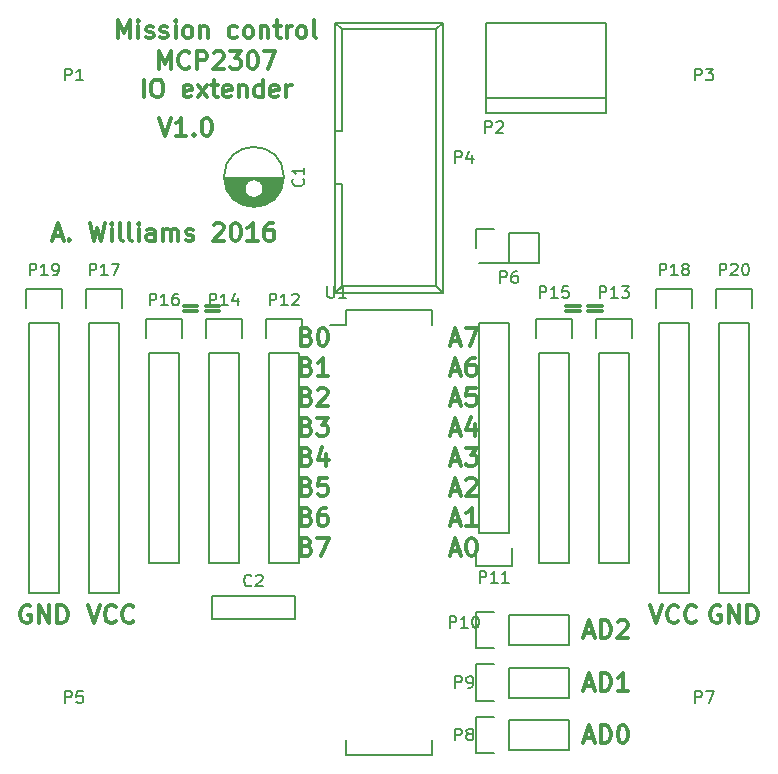
<source format=gbr>
G04 #@! TF.FileFunction,Legend,Top*
%FSLAX46Y46*%
G04 Gerber Fmt 4.6, Leading zero omitted, Abs format (unit mm)*
G04 Created by KiCad (PCBNEW 4.0.2-stable) date 14/03/2016 9:10:47 PM*
%MOMM*%
G01*
G04 APERTURE LIST*
%ADD10C,0.100000*%
%ADD11C,0.300000*%
%ADD12C,0.150000*%
G04 APERTURE END LIST*
D10*
D11*
X141859286Y-95698571D02*
X142359286Y-97198571D01*
X142859286Y-95698571D01*
X144145000Y-97198571D02*
X143287857Y-97198571D01*
X143716429Y-97198571D02*
X143716429Y-95698571D01*
X143573572Y-95912857D01*
X143430714Y-96055714D01*
X143287857Y-96127143D01*
X144787857Y-97055714D02*
X144859285Y-97127143D01*
X144787857Y-97198571D01*
X144716428Y-97127143D01*
X144787857Y-97055714D01*
X144787857Y-97198571D01*
X145787857Y-95698571D02*
X145930714Y-95698571D01*
X146073571Y-95770000D01*
X146145000Y-95841429D01*
X146216429Y-95984286D01*
X146287857Y-96270000D01*
X146287857Y-96627143D01*
X146216429Y-96912857D01*
X146145000Y-97055714D01*
X146073571Y-97127143D01*
X145930714Y-97198571D01*
X145787857Y-97198571D01*
X145645000Y-97127143D01*
X145573571Y-97055714D01*
X145502143Y-96912857D01*
X145430714Y-96627143D01*
X145430714Y-96270000D01*
X145502143Y-95984286D01*
X145573571Y-95841429D01*
X145645000Y-95770000D01*
X145787857Y-95698571D01*
X132882858Y-105660000D02*
X133597144Y-105660000D01*
X132740001Y-106088571D02*
X133240001Y-104588571D01*
X133740001Y-106088571D01*
X134240001Y-105945714D02*
X134311429Y-106017143D01*
X134240001Y-106088571D01*
X134168572Y-106017143D01*
X134240001Y-105945714D01*
X134240001Y-106088571D01*
X135954287Y-104588571D02*
X136311430Y-106088571D01*
X136597144Y-105017143D01*
X136882858Y-106088571D01*
X137240001Y-104588571D01*
X137811430Y-106088571D02*
X137811430Y-105088571D01*
X137811430Y-104588571D02*
X137740001Y-104660000D01*
X137811430Y-104731429D01*
X137882858Y-104660000D01*
X137811430Y-104588571D01*
X137811430Y-104731429D01*
X138740002Y-106088571D02*
X138597144Y-106017143D01*
X138525716Y-105874286D01*
X138525716Y-104588571D01*
X139525716Y-106088571D02*
X139382858Y-106017143D01*
X139311430Y-105874286D01*
X139311430Y-104588571D01*
X140097144Y-106088571D02*
X140097144Y-105088571D01*
X140097144Y-104588571D02*
X140025715Y-104660000D01*
X140097144Y-104731429D01*
X140168572Y-104660000D01*
X140097144Y-104588571D01*
X140097144Y-104731429D01*
X141454287Y-106088571D02*
X141454287Y-105302857D01*
X141382858Y-105160000D01*
X141240001Y-105088571D01*
X140954287Y-105088571D01*
X140811430Y-105160000D01*
X141454287Y-106017143D02*
X141311430Y-106088571D01*
X140954287Y-106088571D01*
X140811430Y-106017143D01*
X140740001Y-105874286D01*
X140740001Y-105731429D01*
X140811430Y-105588571D01*
X140954287Y-105517143D01*
X141311430Y-105517143D01*
X141454287Y-105445714D01*
X142168573Y-106088571D02*
X142168573Y-105088571D01*
X142168573Y-105231429D02*
X142240001Y-105160000D01*
X142382859Y-105088571D01*
X142597144Y-105088571D01*
X142740001Y-105160000D01*
X142811430Y-105302857D01*
X142811430Y-106088571D01*
X142811430Y-105302857D02*
X142882859Y-105160000D01*
X143025716Y-105088571D01*
X143240001Y-105088571D01*
X143382859Y-105160000D01*
X143454287Y-105302857D01*
X143454287Y-106088571D01*
X144097144Y-106017143D02*
X144240001Y-106088571D01*
X144525716Y-106088571D01*
X144668573Y-106017143D01*
X144740001Y-105874286D01*
X144740001Y-105802857D01*
X144668573Y-105660000D01*
X144525716Y-105588571D01*
X144311430Y-105588571D01*
X144168573Y-105517143D01*
X144097144Y-105374286D01*
X144097144Y-105302857D01*
X144168573Y-105160000D01*
X144311430Y-105088571D01*
X144525716Y-105088571D01*
X144668573Y-105160000D01*
X146454287Y-104731429D02*
X146525716Y-104660000D01*
X146668573Y-104588571D01*
X147025716Y-104588571D01*
X147168573Y-104660000D01*
X147240002Y-104731429D01*
X147311430Y-104874286D01*
X147311430Y-105017143D01*
X147240002Y-105231429D01*
X146382859Y-106088571D01*
X147311430Y-106088571D01*
X148240001Y-104588571D02*
X148382858Y-104588571D01*
X148525715Y-104660000D01*
X148597144Y-104731429D01*
X148668573Y-104874286D01*
X148740001Y-105160000D01*
X148740001Y-105517143D01*
X148668573Y-105802857D01*
X148597144Y-105945714D01*
X148525715Y-106017143D01*
X148382858Y-106088571D01*
X148240001Y-106088571D01*
X148097144Y-106017143D01*
X148025715Y-105945714D01*
X147954287Y-105802857D01*
X147882858Y-105517143D01*
X147882858Y-105160000D01*
X147954287Y-104874286D01*
X148025715Y-104731429D01*
X148097144Y-104660000D01*
X148240001Y-104588571D01*
X150168572Y-106088571D02*
X149311429Y-106088571D01*
X149740001Y-106088571D02*
X149740001Y-104588571D01*
X149597144Y-104802857D01*
X149454286Y-104945714D01*
X149311429Y-105017143D01*
X151454286Y-104588571D02*
X151168572Y-104588571D01*
X151025715Y-104660000D01*
X150954286Y-104731429D01*
X150811429Y-104945714D01*
X150740000Y-105231429D01*
X150740000Y-105802857D01*
X150811429Y-105945714D01*
X150882857Y-106017143D01*
X151025715Y-106088571D01*
X151311429Y-106088571D01*
X151454286Y-106017143D01*
X151525715Y-105945714D01*
X151597143Y-105802857D01*
X151597143Y-105445714D01*
X151525715Y-105302857D01*
X151454286Y-105231429D01*
X151311429Y-105160000D01*
X151025715Y-105160000D01*
X150882857Y-105231429D01*
X150811429Y-105302857D01*
X150740000Y-105445714D01*
X141827858Y-91553571D02*
X141827858Y-90053571D01*
X142327858Y-91125000D01*
X142827858Y-90053571D01*
X142827858Y-91553571D01*
X144399287Y-91410714D02*
X144327858Y-91482143D01*
X144113572Y-91553571D01*
X143970715Y-91553571D01*
X143756430Y-91482143D01*
X143613572Y-91339286D01*
X143542144Y-91196429D01*
X143470715Y-90910714D01*
X143470715Y-90696429D01*
X143542144Y-90410714D01*
X143613572Y-90267857D01*
X143756430Y-90125000D01*
X143970715Y-90053571D01*
X144113572Y-90053571D01*
X144327858Y-90125000D01*
X144399287Y-90196429D01*
X145042144Y-91553571D02*
X145042144Y-90053571D01*
X145613572Y-90053571D01*
X145756430Y-90125000D01*
X145827858Y-90196429D01*
X145899287Y-90339286D01*
X145899287Y-90553571D01*
X145827858Y-90696429D01*
X145756430Y-90767857D01*
X145613572Y-90839286D01*
X145042144Y-90839286D01*
X146470715Y-90196429D02*
X146542144Y-90125000D01*
X146685001Y-90053571D01*
X147042144Y-90053571D01*
X147185001Y-90125000D01*
X147256430Y-90196429D01*
X147327858Y-90339286D01*
X147327858Y-90482143D01*
X147256430Y-90696429D01*
X146399287Y-91553571D01*
X147327858Y-91553571D01*
X147827858Y-90053571D02*
X148756429Y-90053571D01*
X148256429Y-90625000D01*
X148470715Y-90625000D01*
X148613572Y-90696429D01*
X148685001Y-90767857D01*
X148756429Y-90910714D01*
X148756429Y-91267857D01*
X148685001Y-91410714D01*
X148613572Y-91482143D01*
X148470715Y-91553571D01*
X148042143Y-91553571D01*
X147899286Y-91482143D01*
X147827858Y-91410714D01*
X149685000Y-90053571D02*
X149827857Y-90053571D01*
X149970714Y-90125000D01*
X150042143Y-90196429D01*
X150113572Y-90339286D01*
X150185000Y-90625000D01*
X150185000Y-90982143D01*
X150113572Y-91267857D01*
X150042143Y-91410714D01*
X149970714Y-91482143D01*
X149827857Y-91553571D01*
X149685000Y-91553571D01*
X149542143Y-91482143D01*
X149470714Y-91410714D01*
X149399286Y-91267857D01*
X149327857Y-90982143D01*
X149327857Y-90625000D01*
X149399286Y-90339286D01*
X149470714Y-90196429D01*
X149542143Y-90125000D01*
X149685000Y-90053571D01*
X150685000Y-90053571D02*
X151685000Y-90053571D01*
X151042143Y-91553571D01*
X140542143Y-93953571D02*
X140542143Y-92453571D01*
X141542143Y-92453571D02*
X141827857Y-92453571D01*
X141970715Y-92525000D01*
X142113572Y-92667857D01*
X142185000Y-92953571D01*
X142185000Y-93453571D01*
X142113572Y-93739286D01*
X141970715Y-93882143D01*
X141827857Y-93953571D01*
X141542143Y-93953571D01*
X141399286Y-93882143D01*
X141256429Y-93739286D01*
X141185000Y-93453571D01*
X141185000Y-92953571D01*
X141256429Y-92667857D01*
X141399286Y-92525000D01*
X141542143Y-92453571D01*
X144542143Y-93882143D02*
X144399286Y-93953571D01*
X144113572Y-93953571D01*
X143970715Y-93882143D01*
X143899286Y-93739286D01*
X143899286Y-93167857D01*
X143970715Y-93025000D01*
X144113572Y-92953571D01*
X144399286Y-92953571D01*
X144542143Y-93025000D01*
X144613572Y-93167857D01*
X144613572Y-93310714D01*
X143899286Y-93453571D01*
X145113572Y-93953571D02*
X145899286Y-92953571D01*
X145113572Y-92953571D02*
X145899286Y-93953571D01*
X146256429Y-92953571D02*
X146827858Y-92953571D01*
X146470715Y-92453571D02*
X146470715Y-93739286D01*
X146542143Y-93882143D01*
X146685001Y-93953571D01*
X146827858Y-93953571D01*
X147899286Y-93882143D02*
X147756429Y-93953571D01*
X147470715Y-93953571D01*
X147327858Y-93882143D01*
X147256429Y-93739286D01*
X147256429Y-93167857D01*
X147327858Y-93025000D01*
X147470715Y-92953571D01*
X147756429Y-92953571D01*
X147899286Y-93025000D01*
X147970715Y-93167857D01*
X147970715Y-93310714D01*
X147256429Y-93453571D01*
X148613572Y-92953571D02*
X148613572Y-93953571D01*
X148613572Y-93096429D02*
X148685000Y-93025000D01*
X148827858Y-92953571D01*
X149042143Y-92953571D01*
X149185000Y-93025000D01*
X149256429Y-93167857D01*
X149256429Y-93953571D01*
X150613572Y-93953571D02*
X150613572Y-92453571D01*
X150613572Y-93882143D02*
X150470715Y-93953571D01*
X150185001Y-93953571D01*
X150042143Y-93882143D01*
X149970715Y-93810714D01*
X149899286Y-93667857D01*
X149899286Y-93239286D01*
X149970715Y-93096429D01*
X150042143Y-93025000D01*
X150185001Y-92953571D01*
X150470715Y-92953571D01*
X150613572Y-93025000D01*
X151899286Y-93882143D02*
X151756429Y-93953571D01*
X151470715Y-93953571D01*
X151327858Y-93882143D01*
X151256429Y-93739286D01*
X151256429Y-93167857D01*
X151327858Y-93025000D01*
X151470715Y-92953571D01*
X151756429Y-92953571D01*
X151899286Y-93025000D01*
X151970715Y-93167857D01*
X151970715Y-93310714D01*
X151256429Y-93453571D01*
X152613572Y-93953571D02*
X152613572Y-92953571D01*
X152613572Y-93239286D02*
X152685000Y-93096429D01*
X152756429Y-93025000D01*
X152899286Y-92953571D01*
X153042143Y-92953571D01*
X138363571Y-88943571D02*
X138363571Y-87443571D01*
X138863571Y-88515000D01*
X139363571Y-87443571D01*
X139363571Y-88943571D01*
X140077857Y-88943571D02*
X140077857Y-87943571D01*
X140077857Y-87443571D02*
X140006428Y-87515000D01*
X140077857Y-87586429D01*
X140149285Y-87515000D01*
X140077857Y-87443571D01*
X140077857Y-87586429D01*
X140720714Y-88872143D02*
X140863571Y-88943571D01*
X141149286Y-88943571D01*
X141292143Y-88872143D01*
X141363571Y-88729286D01*
X141363571Y-88657857D01*
X141292143Y-88515000D01*
X141149286Y-88443571D01*
X140935000Y-88443571D01*
X140792143Y-88372143D01*
X140720714Y-88229286D01*
X140720714Y-88157857D01*
X140792143Y-88015000D01*
X140935000Y-87943571D01*
X141149286Y-87943571D01*
X141292143Y-88015000D01*
X141935000Y-88872143D02*
X142077857Y-88943571D01*
X142363572Y-88943571D01*
X142506429Y-88872143D01*
X142577857Y-88729286D01*
X142577857Y-88657857D01*
X142506429Y-88515000D01*
X142363572Y-88443571D01*
X142149286Y-88443571D01*
X142006429Y-88372143D01*
X141935000Y-88229286D01*
X141935000Y-88157857D01*
X142006429Y-88015000D01*
X142149286Y-87943571D01*
X142363572Y-87943571D01*
X142506429Y-88015000D01*
X143220715Y-88943571D02*
X143220715Y-87943571D01*
X143220715Y-87443571D02*
X143149286Y-87515000D01*
X143220715Y-87586429D01*
X143292143Y-87515000D01*
X143220715Y-87443571D01*
X143220715Y-87586429D01*
X144149287Y-88943571D02*
X144006429Y-88872143D01*
X143935001Y-88800714D01*
X143863572Y-88657857D01*
X143863572Y-88229286D01*
X143935001Y-88086429D01*
X144006429Y-88015000D01*
X144149287Y-87943571D01*
X144363572Y-87943571D01*
X144506429Y-88015000D01*
X144577858Y-88086429D01*
X144649287Y-88229286D01*
X144649287Y-88657857D01*
X144577858Y-88800714D01*
X144506429Y-88872143D01*
X144363572Y-88943571D01*
X144149287Y-88943571D01*
X145292144Y-87943571D02*
X145292144Y-88943571D01*
X145292144Y-88086429D02*
X145363572Y-88015000D01*
X145506430Y-87943571D01*
X145720715Y-87943571D01*
X145863572Y-88015000D01*
X145935001Y-88157857D01*
X145935001Y-88943571D01*
X148435001Y-88872143D02*
X148292144Y-88943571D01*
X148006430Y-88943571D01*
X147863572Y-88872143D01*
X147792144Y-88800714D01*
X147720715Y-88657857D01*
X147720715Y-88229286D01*
X147792144Y-88086429D01*
X147863572Y-88015000D01*
X148006430Y-87943571D01*
X148292144Y-87943571D01*
X148435001Y-88015000D01*
X149292144Y-88943571D02*
X149149286Y-88872143D01*
X149077858Y-88800714D01*
X149006429Y-88657857D01*
X149006429Y-88229286D01*
X149077858Y-88086429D01*
X149149286Y-88015000D01*
X149292144Y-87943571D01*
X149506429Y-87943571D01*
X149649286Y-88015000D01*
X149720715Y-88086429D01*
X149792144Y-88229286D01*
X149792144Y-88657857D01*
X149720715Y-88800714D01*
X149649286Y-88872143D01*
X149506429Y-88943571D01*
X149292144Y-88943571D01*
X150435001Y-87943571D02*
X150435001Y-88943571D01*
X150435001Y-88086429D02*
X150506429Y-88015000D01*
X150649287Y-87943571D01*
X150863572Y-87943571D01*
X151006429Y-88015000D01*
X151077858Y-88157857D01*
X151077858Y-88943571D01*
X151577858Y-87943571D02*
X152149287Y-87943571D01*
X151792144Y-87443571D02*
X151792144Y-88729286D01*
X151863572Y-88872143D01*
X152006430Y-88943571D01*
X152149287Y-88943571D01*
X152649287Y-88943571D02*
X152649287Y-87943571D01*
X152649287Y-88229286D02*
X152720715Y-88086429D01*
X152792144Y-88015000D01*
X152935001Y-87943571D01*
X153077858Y-87943571D01*
X153792144Y-88943571D02*
X153649286Y-88872143D01*
X153577858Y-88800714D01*
X153506429Y-88657857D01*
X153506429Y-88229286D01*
X153577858Y-88086429D01*
X153649286Y-88015000D01*
X153792144Y-87943571D01*
X154006429Y-87943571D01*
X154149286Y-88015000D01*
X154220715Y-88086429D01*
X154292144Y-88229286D01*
X154292144Y-88657857D01*
X154220715Y-88800714D01*
X154149286Y-88872143D01*
X154006429Y-88943571D01*
X153792144Y-88943571D01*
X155149287Y-88943571D02*
X155006429Y-88872143D01*
X154935001Y-88729286D01*
X154935001Y-87443571D01*
X177883572Y-139315000D02*
X178597858Y-139315000D01*
X177740715Y-139743571D02*
X178240715Y-138243571D01*
X178740715Y-139743571D01*
X179240715Y-139743571D02*
X179240715Y-138243571D01*
X179597858Y-138243571D01*
X179812143Y-138315000D01*
X179955001Y-138457857D01*
X180026429Y-138600714D01*
X180097858Y-138886429D01*
X180097858Y-139100714D01*
X180026429Y-139386429D01*
X179955001Y-139529286D01*
X179812143Y-139672143D01*
X179597858Y-139743571D01*
X179240715Y-139743571D01*
X180669286Y-138386429D02*
X180740715Y-138315000D01*
X180883572Y-138243571D01*
X181240715Y-138243571D01*
X181383572Y-138315000D01*
X181455001Y-138386429D01*
X181526429Y-138529286D01*
X181526429Y-138672143D01*
X181455001Y-138886429D01*
X180597858Y-139743571D01*
X181526429Y-139743571D01*
X177883572Y-143760000D02*
X178597858Y-143760000D01*
X177740715Y-144188571D02*
X178240715Y-142688571D01*
X178740715Y-144188571D01*
X179240715Y-144188571D02*
X179240715Y-142688571D01*
X179597858Y-142688571D01*
X179812143Y-142760000D01*
X179955001Y-142902857D01*
X180026429Y-143045714D01*
X180097858Y-143331429D01*
X180097858Y-143545714D01*
X180026429Y-143831429D01*
X179955001Y-143974286D01*
X179812143Y-144117143D01*
X179597858Y-144188571D01*
X179240715Y-144188571D01*
X181526429Y-144188571D02*
X180669286Y-144188571D01*
X181097858Y-144188571D02*
X181097858Y-142688571D01*
X180955001Y-142902857D01*
X180812143Y-143045714D01*
X180669286Y-143117143D01*
X177883572Y-148205000D02*
X178597858Y-148205000D01*
X177740715Y-148633571D02*
X178240715Y-147133571D01*
X178740715Y-148633571D01*
X179240715Y-148633571D02*
X179240715Y-147133571D01*
X179597858Y-147133571D01*
X179812143Y-147205000D01*
X179955001Y-147347857D01*
X180026429Y-147490714D01*
X180097858Y-147776429D01*
X180097858Y-147990714D01*
X180026429Y-148276429D01*
X179955001Y-148419286D01*
X179812143Y-148562143D01*
X179597858Y-148633571D01*
X179240715Y-148633571D01*
X181026429Y-147133571D02*
X181169286Y-147133571D01*
X181312143Y-147205000D01*
X181383572Y-147276429D01*
X181455001Y-147419286D01*
X181526429Y-147705000D01*
X181526429Y-148062143D01*
X181455001Y-148347857D01*
X181383572Y-148490714D01*
X181312143Y-148562143D01*
X181169286Y-148633571D01*
X181026429Y-148633571D01*
X180883572Y-148562143D01*
X180812143Y-148490714D01*
X180740715Y-148347857D01*
X180669286Y-148062143D01*
X180669286Y-147705000D01*
X180740715Y-147419286D01*
X180812143Y-147276429D01*
X180883572Y-147205000D01*
X181026429Y-147133571D01*
X143915000Y-111652857D02*
X145057857Y-111652857D01*
X145057857Y-112081429D02*
X143915000Y-112081429D01*
X145772143Y-111652857D02*
X146915000Y-111652857D01*
X146915000Y-112081429D02*
X145772143Y-112081429D01*
X176300000Y-111652857D02*
X177442857Y-111652857D01*
X177442857Y-112081429D02*
X176300000Y-112081429D01*
X178157143Y-111652857D02*
X179300000Y-111652857D01*
X179300000Y-112081429D02*
X178157143Y-112081429D01*
X189357143Y-137045000D02*
X189214286Y-136973571D01*
X189000000Y-136973571D01*
X188785715Y-137045000D01*
X188642857Y-137187857D01*
X188571429Y-137330714D01*
X188500000Y-137616429D01*
X188500000Y-137830714D01*
X188571429Y-138116429D01*
X188642857Y-138259286D01*
X188785715Y-138402143D01*
X189000000Y-138473571D01*
X189142857Y-138473571D01*
X189357143Y-138402143D01*
X189428572Y-138330714D01*
X189428572Y-137830714D01*
X189142857Y-137830714D01*
X190071429Y-138473571D02*
X190071429Y-136973571D01*
X190928572Y-138473571D01*
X190928572Y-136973571D01*
X191642858Y-138473571D02*
X191642858Y-136973571D01*
X192000001Y-136973571D01*
X192214286Y-137045000D01*
X192357144Y-137187857D01*
X192428572Y-137330714D01*
X192500001Y-137616429D01*
X192500001Y-137830714D01*
X192428572Y-138116429D01*
X192357144Y-138259286D01*
X192214286Y-138402143D01*
X192000001Y-138473571D01*
X191642858Y-138473571D01*
X183420000Y-136973571D02*
X183920000Y-138473571D01*
X184420000Y-136973571D01*
X185777143Y-138330714D02*
X185705714Y-138402143D01*
X185491428Y-138473571D01*
X185348571Y-138473571D01*
X185134286Y-138402143D01*
X184991428Y-138259286D01*
X184920000Y-138116429D01*
X184848571Y-137830714D01*
X184848571Y-137616429D01*
X184920000Y-137330714D01*
X184991428Y-137187857D01*
X185134286Y-137045000D01*
X185348571Y-136973571D01*
X185491428Y-136973571D01*
X185705714Y-137045000D01*
X185777143Y-137116429D01*
X187277143Y-138330714D02*
X187205714Y-138402143D01*
X186991428Y-138473571D01*
X186848571Y-138473571D01*
X186634286Y-138402143D01*
X186491428Y-138259286D01*
X186420000Y-138116429D01*
X186348571Y-137830714D01*
X186348571Y-137616429D01*
X186420000Y-137330714D01*
X186491428Y-137187857D01*
X186634286Y-137045000D01*
X186848571Y-136973571D01*
X186991428Y-136973571D01*
X187205714Y-137045000D01*
X187277143Y-137116429D01*
X135795000Y-136973571D02*
X136295000Y-138473571D01*
X136795000Y-136973571D01*
X138152143Y-138330714D02*
X138080714Y-138402143D01*
X137866428Y-138473571D01*
X137723571Y-138473571D01*
X137509286Y-138402143D01*
X137366428Y-138259286D01*
X137295000Y-138116429D01*
X137223571Y-137830714D01*
X137223571Y-137616429D01*
X137295000Y-137330714D01*
X137366428Y-137187857D01*
X137509286Y-137045000D01*
X137723571Y-136973571D01*
X137866428Y-136973571D01*
X138080714Y-137045000D01*
X138152143Y-137116429D01*
X139652143Y-138330714D02*
X139580714Y-138402143D01*
X139366428Y-138473571D01*
X139223571Y-138473571D01*
X139009286Y-138402143D01*
X138866428Y-138259286D01*
X138795000Y-138116429D01*
X138723571Y-137830714D01*
X138723571Y-137616429D01*
X138795000Y-137330714D01*
X138866428Y-137187857D01*
X139009286Y-137045000D01*
X139223571Y-136973571D01*
X139366428Y-136973571D01*
X139580714Y-137045000D01*
X139652143Y-137116429D01*
X130937143Y-137045000D02*
X130794286Y-136973571D01*
X130580000Y-136973571D01*
X130365715Y-137045000D01*
X130222857Y-137187857D01*
X130151429Y-137330714D01*
X130080000Y-137616429D01*
X130080000Y-137830714D01*
X130151429Y-138116429D01*
X130222857Y-138259286D01*
X130365715Y-138402143D01*
X130580000Y-138473571D01*
X130722857Y-138473571D01*
X130937143Y-138402143D01*
X131008572Y-138330714D01*
X131008572Y-137830714D01*
X130722857Y-137830714D01*
X131651429Y-138473571D02*
X131651429Y-136973571D01*
X132508572Y-138473571D01*
X132508572Y-136973571D01*
X133222858Y-138473571D02*
X133222858Y-136973571D01*
X133580001Y-136973571D01*
X133794286Y-137045000D01*
X133937144Y-137187857D01*
X134008572Y-137330714D01*
X134080001Y-137616429D01*
X134080001Y-137830714D01*
X134008572Y-138116429D01*
X133937144Y-138259286D01*
X133794286Y-138402143D01*
X133580001Y-138473571D01*
X133222858Y-138473571D01*
X166568572Y-132330000D02*
X167282858Y-132330000D01*
X166425715Y-132758571D02*
X166925715Y-131258571D01*
X167425715Y-132758571D01*
X168211429Y-131258571D02*
X168354286Y-131258571D01*
X168497143Y-131330000D01*
X168568572Y-131401429D01*
X168640001Y-131544286D01*
X168711429Y-131830000D01*
X168711429Y-132187143D01*
X168640001Y-132472857D01*
X168568572Y-132615714D01*
X168497143Y-132687143D01*
X168354286Y-132758571D01*
X168211429Y-132758571D01*
X168068572Y-132687143D01*
X167997143Y-132615714D01*
X167925715Y-132472857D01*
X167854286Y-132187143D01*
X167854286Y-131830000D01*
X167925715Y-131544286D01*
X167997143Y-131401429D01*
X168068572Y-131330000D01*
X168211429Y-131258571D01*
X166568572Y-129790000D02*
X167282858Y-129790000D01*
X166425715Y-130218571D02*
X166925715Y-128718571D01*
X167425715Y-130218571D01*
X168711429Y-130218571D02*
X167854286Y-130218571D01*
X168282858Y-130218571D02*
X168282858Y-128718571D01*
X168140001Y-128932857D01*
X167997143Y-129075714D01*
X167854286Y-129147143D01*
X166568572Y-127250000D02*
X167282858Y-127250000D01*
X166425715Y-127678571D02*
X166925715Y-126178571D01*
X167425715Y-127678571D01*
X167854286Y-126321429D02*
X167925715Y-126250000D01*
X168068572Y-126178571D01*
X168425715Y-126178571D01*
X168568572Y-126250000D01*
X168640001Y-126321429D01*
X168711429Y-126464286D01*
X168711429Y-126607143D01*
X168640001Y-126821429D01*
X167782858Y-127678571D01*
X168711429Y-127678571D01*
X166568572Y-124710000D02*
X167282858Y-124710000D01*
X166425715Y-125138571D02*
X166925715Y-123638571D01*
X167425715Y-125138571D01*
X167782858Y-123638571D02*
X168711429Y-123638571D01*
X168211429Y-124210000D01*
X168425715Y-124210000D01*
X168568572Y-124281429D01*
X168640001Y-124352857D01*
X168711429Y-124495714D01*
X168711429Y-124852857D01*
X168640001Y-124995714D01*
X168568572Y-125067143D01*
X168425715Y-125138571D01*
X167997143Y-125138571D01*
X167854286Y-125067143D01*
X167782858Y-124995714D01*
X166568572Y-122170000D02*
X167282858Y-122170000D01*
X166425715Y-122598571D02*
X166925715Y-121098571D01*
X167425715Y-122598571D01*
X168568572Y-121598571D02*
X168568572Y-122598571D01*
X168211429Y-121027143D02*
X167854286Y-122098571D01*
X168782858Y-122098571D01*
X166568572Y-119630000D02*
X167282858Y-119630000D01*
X166425715Y-120058571D02*
X166925715Y-118558571D01*
X167425715Y-120058571D01*
X168640001Y-118558571D02*
X167925715Y-118558571D01*
X167854286Y-119272857D01*
X167925715Y-119201429D01*
X168068572Y-119130000D01*
X168425715Y-119130000D01*
X168568572Y-119201429D01*
X168640001Y-119272857D01*
X168711429Y-119415714D01*
X168711429Y-119772857D01*
X168640001Y-119915714D01*
X168568572Y-119987143D01*
X168425715Y-120058571D01*
X168068572Y-120058571D01*
X167925715Y-119987143D01*
X167854286Y-119915714D01*
X166568572Y-117090000D02*
X167282858Y-117090000D01*
X166425715Y-117518571D02*
X166925715Y-116018571D01*
X167425715Y-117518571D01*
X168568572Y-116018571D02*
X168282858Y-116018571D01*
X168140001Y-116090000D01*
X168068572Y-116161429D01*
X167925715Y-116375714D01*
X167854286Y-116661429D01*
X167854286Y-117232857D01*
X167925715Y-117375714D01*
X167997143Y-117447143D01*
X168140001Y-117518571D01*
X168425715Y-117518571D01*
X168568572Y-117447143D01*
X168640001Y-117375714D01*
X168711429Y-117232857D01*
X168711429Y-116875714D01*
X168640001Y-116732857D01*
X168568572Y-116661429D01*
X168425715Y-116590000D01*
X168140001Y-116590000D01*
X167997143Y-116661429D01*
X167925715Y-116732857D01*
X167854286Y-116875714D01*
X166568572Y-114550000D02*
X167282858Y-114550000D01*
X166425715Y-114978571D02*
X166925715Y-113478571D01*
X167425715Y-114978571D01*
X167782858Y-113478571D02*
X168782858Y-113478571D01*
X168140001Y-114978571D01*
X154332858Y-131972857D02*
X154547144Y-132044286D01*
X154618572Y-132115714D01*
X154690001Y-132258571D01*
X154690001Y-132472857D01*
X154618572Y-132615714D01*
X154547144Y-132687143D01*
X154404286Y-132758571D01*
X153832858Y-132758571D01*
X153832858Y-131258571D01*
X154332858Y-131258571D01*
X154475715Y-131330000D01*
X154547144Y-131401429D01*
X154618572Y-131544286D01*
X154618572Y-131687143D01*
X154547144Y-131830000D01*
X154475715Y-131901429D01*
X154332858Y-131972857D01*
X153832858Y-131972857D01*
X155190001Y-131258571D02*
X156190001Y-131258571D01*
X155547144Y-132758571D01*
X154332858Y-129432857D02*
X154547144Y-129504286D01*
X154618572Y-129575714D01*
X154690001Y-129718571D01*
X154690001Y-129932857D01*
X154618572Y-130075714D01*
X154547144Y-130147143D01*
X154404286Y-130218571D01*
X153832858Y-130218571D01*
X153832858Y-128718571D01*
X154332858Y-128718571D01*
X154475715Y-128790000D01*
X154547144Y-128861429D01*
X154618572Y-129004286D01*
X154618572Y-129147143D01*
X154547144Y-129290000D01*
X154475715Y-129361429D01*
X154332858Y-129432857D01*
X153832858Y-129432857D01*
X155975715Y-128718571D02*
X155690001Y-128718571D01*
X155547144Y-128790000D01*
X155475715Y-128861429D01*
X155332858Y-129075714D01*
X155261429Y-129361429D01*
X155261429Y-129932857D01*
X155332858Y-130075714D01*
X155404286Y-130147143D01*
X155547144Y-130218571D01*
X155832858Y-130218571D01*
X155975715Y-130147143D01*
X156047144Y-130075714D01*
X156118572Y-129932857D01*
X156118572Y-129575714D01*
X156047144Y-129432857D01*
X155975715Y-129361429D01*
X155832858Y-129290000D01*
X155547144Y-129290000D01*
X155404286Y-129361429D01*
X155332858Y-129432857D01*
X155261429Y-129575714D01*
X154332858Y-126892857D02*
X154547144Y-126964286D01*
X154618572Y-127035714D01*
X154690001Y-127178571D01*
X154690001Y-127392857D01*
X154618572Y-127535714D01*
X154547144Y-127607143D01*
X154404286Y-127678571D01*
X153832858Y-127678571D01*
X153832858Y-126178571D01*
X154332858Y-126178571D01*
X154475715Y-126250000D01*
X154547144Y-126321429D01*
X154618572Y-126464286D01*
X154618572Y-126607143D01*
X154547144Y-126750000D01*
X154475715Y-126821429D01*
X154332858Y-126892857D01*
X153832858Y-126892857D01*
X156047144Y-126178571D02*
X155332858Y-126178571D01*
X155261429Y-126892857D01*
X155332858Y-126821429D01*
X155475715Y-126750000D01*
X155832858Y-126750000D01*
X155975715Y-126821429D01*
X156047144Y-126892857D01*
X156118572Y-127035714D01*
X156118572Y-127392857D01*
X156047144Y-127535714D01*
X155975715Y-127607143D01*
X155832858Y-127678571D01*
X155475715Y-127678571D01*
X155332858Y-127607143D01*
X155261429Y-127535714D01*
X154332858Y-124352857D02*
X154547144Y-124424286D01*
X154618572Y-124495714D01*
X154690001Y-124638571D01*
X154690001Y-124852857D01*
X154618572Y-124995714D01*
X154547144Y-125067143D01*
X154404286Y-125138571D01*
X153832858Y-125138571D01*
X153832858Y-123638571D01*
X154332858Y-123638571D01*
X154475715Y-123710000D01*
X154547144Y-123781429D01*
X154618572Y-123924286D01*
X154618572Y-124067143D01*
X154547144Y-124210000D01*
X154475715Y-124281429D01*
X154332858Y-124352857D01*
X153832858Y-124352857D01*
X155975715Y-124138571D02*
X155975715Y-125138571D01*
X155618572Y-123567143D02*
X155261429Y-124638571D01*
X156190001Y-124638571D01*
X154332858Y-121812857D02*
X154547144Y-121884286D01*
X154618572Y-121955714D01*
X154690001Y-122098571D01*
X154690001Y-122312857D01*
X154618572Y-122455714D01*
X154547144Y-122527143D01*
X154404286Y-122598571D01*
X153832858Y-122598571D01*
X153832858Y-121098571D01*
X154332858Y-121098571D01*
X154475715Y-121170000D01*
X154547144Y-121241429D01*
X154618572Y-121384286D01*
X154618572Y-121527143D01*
X154547144Y-121670000D01*
X154475715Y-121741429D01*
X154332858Y-121812857D01*
X153832858Y-121812857D01*
X155190001Y-121098571D02*
X156118572Y-121098571D01*
X155618572Y-121670000D01*
X155832858Y-121670000D01*
X155975715Y-121741429D01*
X156047144Y-121812857D01*
X156118572Y-121955714D01*
X156118572Y-122312857D01*
X156047144Y-122455714D01*
X155975715Y-122527143D01*
X155832858Y-122598571D01*
X155404286Y-122598571D01*
X155261429Y-122527143D01*
X155190001Y-122455714D01*
X154332858Y-119272857D02*
X154547144Y-119344286D01*
X154618572Y-119415714D01*
X154690001Y-119558571D01*
X154690001Y-119772857D01*
X154618572Y-119915714D01*
X154547144Y-119987143D01*
X154404286Y-120058571D01*
X153832858Y-120058571D01*
X153832858Y-118558571D01*
X154332858Y-118558571D01*
X154475715Y-118630000D01*
X154547144Y-118701429D01*
X154618572Y-118844286D01*
X154618572Y-118987143D01*
X154547144Y-119130000D01*
X154475715Y-119201429D01*
X154332858Y-119272857D01*
X153832858Y-119272857D01*
X155261429Y-118701429D02*
X155332858Y-118630000D01*
X155475715Y-118558571D01*
X155832858Y-118558571D01*
X155975715Y-118630000D01*
X156047144Y-118701429D01*
X156118572Y-118844286D01*
X156118572Y-118987143D01*
X156047144Y-119201429D01*
X155190001Y-120058571D01*
X156118572Y-120058571D01*
X154332858Y-116732857D02*
X154547144Y-116804286D01*
X154618572Y-116875714D01*
X154690001Y-117018571D01*
X154690001Y-117232857D01*
X154618572Y-117375714D01*
X154547144Y-117447143D01*
X154404286Y-117518571D01*
X153832858Y-117518571D01*
X153832858Y-116018571D01*
X154332858Y-116018571D01*
X154475715Y-116090000D01*
X154547144Y-116161429D01*
X154618572Y-116304286D01*
X154618572Y-116447143D01*
X154547144Y-116590000D01*
X154475715Y-116661429D01*
X154332858Y-116732857D01*
X153832858Y-116732857D01*
X156118572Y-117518571D02*
X155261429Y-117518571D01*
X155690001Y-117518571D02*
X155690001Y-116018571D01*
X155547144Y-116232857D01*
X155404286Y-116375714D01*
X155261429Y-116447143D01*
X154332858Y-114192857D02*
X154547144Y-114264286D01*
X154618572Y-114335714D01*
X154690001Y-114478571D01*
X154690001Y-114692857D01*
X154618572Y-114835714D01*
X154547144Y-114907143D01*
X154404286Y-114978571D01*
X153832858Y-114978571D01*
X153832858Y-113478571D01*
X154332858Y-113478571D01*
X154475715Y-113550000D01*
X154547144Y-113621429D01*
X154618572Y-113764286D01*
X154618572Y-113907143D01*
X154547144Y-114050000D01*
X154475715Y-114121429D01*
X154332858Y-114192857D01*
X153832858Y-114192857D01*
X155618572Y-113478571D02*
X155761429Y-113478571D01*
X155904286Y-113550000D01*
X155975715Y-113621429D01*
X156047144Y-113764286D01*
X156118572Y-114050000D01*
X156118572Y-114407143D01*
X156047144Y-114692857D01*
X155975715Y-114835714D01*
X155904286Y-114907143D01*
X155761429Y-114978571D01*
X155618572Y-114978571D01*
X155475715Y-114907143D01*
X155404286Y-114835714D01*
X155332858Y-114692857D01*
X155261429Y-114407143D01*
X155261429Y-114050000D01*
X155332858Y-113764286D01*
X155404286Y-113621429D01*
X155475715Y-113550000D01*
X155618572Y-113478571D01*
D12*
X157615000Y-112005000D02*
X157615000Y-113275000D01*
X164965000Y-112005000D02*
X164965000Y-113275000D01*
X164965000Y-149615000D02*
X164965000Y-148345000D01*
X157615000Y-149615000D02*
X157615000Y-148345000D01*
X157615000Y-112005000D02*
X164965000Y-112005000D01*
X157615000Y-149615000D02*
X164965000Y-149615000D01*
X157615000Y-113275000D02*
X156330000Y-113275000D01*
X152359000Y-100770000D02*
X147361000Y-100770000D01*
X152351000Y-100910000D02*
X150014000Y-100910000D01*
X149706000Y-100910000D02*
X147369000Y-100910000D01*
X152335000Y-101050000D02*
X150333000Y-101050000D01*
X149387000Y-101050000D02*
X147385000Y-101050000D01*
X152311000Y-101190000D02*
X150480000Y-101190000D01*
X149240000Y-101190000D02*
X147409000Y-101190000D01*
X152278000Y-101330000D02*
X150572000Y-101330000D01*
X149148000Y-101330000D02*
X147442000Y-101330000D01*
X152237000Y-101470000D02*
X150628000Y-101470000D01*
X149092000Y-101470000D02*
X147483000Y-101470000D01*
X152187000Y-101610000D02*
X150655000Y-101610000D01*
X149065000Y-101610000D02*
X147533000Y-101610000D01*
X152126000Y-101750000D02*
X150658000Y-101750000D01*
X149062000Y-101750000D02*
X147594000Y-101750000D01*
X152056000Y-101890000D02*
X150636000Y-101890000D01*
X149084000Y-101890000D02*
X147664000Y-101890000D01*
X151974000Y-102030000D02*
X150586000Y-102030000D01*
X149134000Y-102030000D02*
X147746000Y-102030000D01*
X151879000Y-102170000D02*
X150504000Y-102170000D01*
X149216000Y-102170000D02*
X147841000Y-102170000D01*
X151768000Y-102310000D02*
X150372000Y-102310000D01*
X149348000Y-102310000D02*
X147952000Y-102310000D01*
X151640000Y-102450000D02*
X150125000Y-102450000D01*
X149595000Y-102450000D02*
X148080000Y-102450000D01*
X151491000Y-102590000D02*
X148229000Y-102590000D01*
X151312000Y-102730000D02*
X148408000Y-102730000D01*
X151093000Y-102870000D02*
X148627000Y-102870000D01*
X150804000Y-103010000D02*
X148916000Y-103010000D01*
X150332000Y-103150000D02*
X149388000Y-103150000D01*
X150660000Y-101695000D02*
G75*
G03X150660000Y-101695000I-800000J0D01*
G01*
X152397500Y-100695000D02*
G75*
G03X152397500Y-100695000I-2537500J0D01*
G01*
X146320000Y-136160000D02*
X153320000Y-136160000D01*
X153320000Y-136160000D02*
X153320000Y-138160000D01*
X153320000Y-138160000D02*
X146320000Y-138160000D01*
X146320000Y-138160000D02*
X146320000Y-136160000D01*
X168630000Y-106680000D02*
X168630000Y-105130000D01*
X170180000Y-105130000D02*
X168630000Y-105130000D01*
X168910000Y-107950000D02*
X171450000Y-107950000D01*
X173990000Y-105410000D02*
X171450000Y-105410000D01*
X171450000Y-105410000D02*
X171450000Y-107950000D01*
X171450000Y-107950000D02*
X173990000Y-107950000D01*
X173990000Y-107950000D02*
X173990000Y-105410000D01*
X171450000Y-149225000D02*
X176530000Y-149225000D01*
X176530000Y-149225000D02*
X176530000Y-146685000D01*
X176530000Y-146685000D02*
X171450000Y-146685000D01*
X168630000Y-146405000D02*
X170180000Y-146405000D01*
X171450000Y-146685000D02*
X171450000Y-149225000D01*
X170180000Y-149505000D02*
X168630000Y-149505000D01*
X168630000Y-149505000D02*
X168630000Y-146405000D01*
X171450000Y-144780000D02*
X176530000Y-144780000D01*
X176530000Y-144780000D02*
X176530000Y-142240000D01*
X176530000Y-142240000D02*
X171450000Y-142240000D01*
X168630000Y-141960000D02*
X170180000Y-141960000D01*
X171450000Y-142240000D02*
X171450000Y-144780000D01*
X170180000Y-145060000D02*
X168630000Y-145060000D01*
X168630000Y-145060000D02*
X168630000Y-141960000D01*
X171450000Y-140335000D02*
X176530000Y-140335000D01*
X176530000Y-140335000D02*
X176530000Y-137795000D01*
X176530000Y-137795000D02*
X171450000Y-137795000D01*
X168630000Y-137515000D02*
X170180000Y-137515000D01*
X171450000Y-137795000D02*
X171450000Y-140335000D01*
X170180000Y-140615000D02*
X168630000Y-140615000D01*
X168630000Y-140615000D02*
X168630000Y-137515000D01*
X168910000Y-130810000D02*
X168910000Y-113030000D01*
X168910000Y-113030000D02*
X171450000Y-113030000D01*
X171450000Y-113030000D02*
X171450000Y-130810000D01*
X168630000Y-133630000D02*
X168630000Y-132080000D01*
X168910000Y-130810000D02*
X171450000Y-130810000D01*
X171730000Y-132080000D02*
X171730000Y-133630000D01*
X171730000Y-133630000D02*
X168630000Y-133630000D01*
X153670000Y-115570000D02*
X153670000Y-133350000D01*
X153670000Y-133350000D02*
X151130000Y-133350000D01*
X151130000Y-133350000D02*
X151130000Y-115570000D01*
X153950000Y-112750000D02*
X153950000Y-114300000D01*
X153670000Y-115570000D02*
X151130000Y-115570000D01*
X150850000Y-114300000D02*
X150850000Y-112750000D01*
X150850000Y-112750000D02*
X153950000Y-112750000D01*
X181610000Y-115570000D02*
X181610000Y-133350000D01*
X181610000Y-133350000D02*
X179070000Y-133350000D01*
X179070000Y-133350000D02*
X179070000Y-115570000D01*
X181890000Y-112750000D02*
X181890000Y-114300000D01*
X181610000Y-115570000D02*
X179070000Y-115570000D01*
X178790000Y-114300000D02*
X178790000Y-112750000D01*
X178790000Y-112750000D02*
X181890000Y-112750000D01*
X148590000Y-115570000D02*
X148590000Y-133350000D01*
X148590000Y-133350000D02*
X146050000Y-133350000D01*
X146050000Y-133350000D02*
X146050000Y-115570000D01*
X148870000Y-112750000D02*
X148870000Y-114300000D01*
X148590000Y-115570000D02*
X146050000Y-115570000D01*
X145770000Y-114300000D02*
X145770000Y-112750000D01*
X145770000Y-112750000D02*
X148870000Y-112750000D01*
X176530000Y-115570000D02*
X176530000Y-133350000D01*
X176530000Y-133350000D02*
X173990000Y-133350000D01*
X173990000Y-133350000D02*
X173990000Y-115570000D01*
X176810000Y-112750000D02*
X176810000Y-114300000D01*
X176530000Y-115570000D02*
X173990000Y-115570000D01*
X173710000Y-114300000D02*
X173710000Y-112750000D01*
X173710000Y-112750000D02*
X176810000Y-112750000D01*
X143510000Y-115570000D02*
X143510000Y-133350000D01*
X143510000Y-133350000D02*
X140970000Y-133350000D01*
X140970000Y-133350000D02*
X140970000Y-115570000D01*
X143790000Y-112750000D02*
X143790000Y-114300000D01*
X143510000Y-115570000D02*
X140970000Y-115570000D01*
X140690000Y-114300000D02*
X140690000Y-112750000D01*
X140690000Y-112750000D02*
X143790000Y-112750000D01*
X138430000Y-113030000D02*
X138430000Y-135890000D01*
X138430000Y-135890000D02*
X135890000Y-135890000D01*
X135890000Y-135890000D02*
X135890000Y-113030000D01*
X138710000Y-110210000D02*
X138710000Y-111760000D01*
X138430000Y-113030000D02*
X135890000Y-113030000D01*
X135610000Y-111760000D02*
X135610000Y-110210000D01*
X135610000Y-110210000D02*
X138710000Y-110210000D01*
X186690000Y-113030000D02*
X186690000Y-135890000D01*
X186690000Y-135890000D02*
X184150000Y-135890000D01*
X184150000Y-135890000D02*
X184150000Y-113030000D01*
X186970000Y-110210000D02*
X186970000Y-111760000D01*
X186690000Y-113030000D02*
X184150000Y-113030000D01*
X183870000Y-111760000D02*
X183870000Y-110210000D01*
X183870000Y-110210000D02*
X186970000Y-110210000D01*
X133350000Y-113030000D02*
X133350000Y-135890000D01*
X133350000Y-135890000D02*
X130810000Y-135890000D01*
X130810000Y-135890000D02*
X130810000Y-113030000D01*
X133630000Y-110210000D02*
X133630000Y-111760000D01*
X133350000Y-113030000D02*
X130810000Y-113030000D01*
X130530000Y-111760000D02*
X130530000Y-110210000D01*
X130530000Y-110210000D02*
X133630000Y-110210000D01*
X191770000Y-113030000D02*
X191770000Y-135890000D01*
X191770000Y-135890000D02*
X189230000Y-135890000D01*
X189230000Y-135890000D02*
X189230000Y-113030000D01*
X192050000Y-110210000D02*
X192050000Y-111760000D01*
X191770000Y-113030000D02*
X189230000Y-113030000D01*
X188950000Y-111760000D02*
X188950000Y-110210000D01*
X188950000Y-110210000D02*
X192050000Y-110210000D01*
X179705000Y-93980000D02*
X169545000Y-93980000D01*
X179705000Y-95250000D02*
X179705000Y-87630000D01*
X179705000Y-87630000D02*
X169545000Y-87630000D01*
X169545000Y-87630000D02*
X169545000Y-95250000D01*
X169545000Y-95250000D02*
X179705000Y-95250000D01*
X165840000Y-87630000D02*
X165840000Y-110490000D01*
X165290000Y-88170000D02*
X165290000Y-109930000D01*
X156740000Y-87630000D02*
X156740000Y-110490000D01*
X157290000Y-88170000D02*
X157290000Y-96810000D01*
X157290000Y-101310000D02*
X157290000Y-109930000D01*
X157290000Y-96810000D02*
X156740000Y-96810000D01*
X157290000Y-101310000D02*
X156740000Y-101310000D01*
X165840000Y-87630000D02*
X156740000Y-87630000D01*
X165290000Y-88170000D02*
X157290000Y-88170000D01*
X165840000Y-110490000D02*
X156740000Y-110490000D01*
X165290000Y-109930000D02*
X157290000Y-109930000D01*
X165840000Y-87630000D02*
X165290000Y-88170000D01*
X165840000Y-110490000D02*
X165290000Y-109930000D01*
X156740000Y-87630000D02*
X157290000Y-88170000D01*
X156740000Y-110490000D02*
X157290000Y-109930000D01*
X156083095Y-109942381D02*
X156083095Y-110751905D01*
X156130714Y-110847143D01*
X156178333Y-110894762D01*
X156273571Y-110942381D01*
X156464048Y-110942381D01*
X156559286Y-110894762D01*
X156606905Y-110847143D01*
X156654524Y-110751905D01*
X156654524Y-109942381D01*
X157654524Y-110942381D02*
X157083095Y-110942381D01*
X157368809Y-110942381D02*
X157368809Y-109942381D01*
X157273571Y-110085238D01*
X157178333Y-110180476D01*
X157083095Y-110228095D01*
X154017143Y-100861666D02*
X154064762Y-100909285D01*
X154112381Y-101052142D01*
X154112381Y-101147380D01*
X154064762Y-101290238D01*
X153969524Y-101385476D01*
X153874286Y-101433095D01*
X153683810Y-101480714D01*
X153540952Y-101480714D01*
X153350476Y-101433095D01*
X153255238Y-101385476D01*
X153160000Y-101290238D01*
X153112381Y-101147380D01*
X153112381Y-101052142D01*
X153160000Y-100909285D01*
X153207619Y-100861666D01*
X154112381Y-99909285D02*
X154112381Y-100480714D01*
X154112381Y-100195000D02*
X153112381Y-100195000D01*
X153255238Y-100290238D01*
X153350476Y-100385476D01*
X153398095Y-100480714D01*
X149653334Y-135267143D02*
X149605715Y-135314762D01*
X149462858Y-135362381D01*
X149367620Y-135362381D01*
X149224762Y-135314762D01*
X149129524Y-135219524D01*
X149081905Y-135124286D01*
X149034286Y-134933810D01*
X149034286Y-134790952D01*
X149081905Y-134600476D01*
X149129524Y-134505238D01*
X149224762Y-134410000D01*
X149367620Y-134362381D01*
X149462858Y-134362381D01*
X149605715Y-134410000D01*
X149653334Y-134457619D01*
X150034286Y-134457619D02*
X150081905Y-134410000D01*
X150177143Y-134362381D01*
X150415239Y-134362381D01*
X150510477Y-134410000D01*
X150558096Y-134457619D01*
X150605715Y-134552857D01*
X150605715Y-134648095D01*
X150558096Y-134790952D01*
X149986667Y-135362381D01*
X150605715Y-135362381D01*
X170711905Y-109672381D02*
X170711905Y-108672381D01*
X171092858Y-108672381D01*
X171188096Y-108720000D01*
X171235715Y-108767619D01*
X171283334Y-108862857D01*
X171283334Y-109005714D01*
X171235715Y-109100952D01*
X171188096Y-109148571D01*
X171092858Y-109196190D01*
X170711905Y-109196190D01*
X172140477Y-108672381D02*
X171950000Y-108672381D01*
X171854762Y-108720000D01*
X171807143Y-108767619D01*
X171711905Y-108910476D01*
X171664286Y-109100952D01*
X171664286Y-109481905D01*
X171711905Y-109577143D01*
X171759524Y-109624762D01*
X171854762Y-109672381D01*
X172045239Y-109672381D01*
X172140477Y-109624762D01*
X172188096Y-109577143D01*
X172235715Y-109481905D01*
X172235715Y-109243810D01*
X172188096Y-109148571D01*
X172140477Y-109100952D01*
X172045239Y-109053333D01*
X171854762Y-109053333D01*
X171759524Y-109100952D01*
X171711905Y-109148571D01*
X171664286Y-109243810D01*
X166901905Y-148407381D02*
X166901905Y-147407381D01*
X167282858Y-147407381D01*
X167378096Y-147455000D01*
X167425715Y-147502619D01*
X167473334Y-147597857D01*
X167473334Y-147740714D01*
X167425715Y-147835952D01*
X167378096Y-147883571D01*
X167282858Y-147931190D01*
X166901905Y-147931190D01*
X168044762Y-147835952D02*
X167949524Y-147788333D01*
X167901905Y-147740714D01*
X167854286Y-147645476D01*
X167854286Y-147597857D01*
X167901905Y-147502619D01*
X167949524Y-147455000D01*
X168044762Y-147407381D01*
X168235239Y-147407381D01*
X168330477Y-147455000D01*
X168378096Y-147502619D01*
X168425715Y-147597857D01*
X168425715Y-147645476D01*
X168378096Y-147740714D01*
X168330477Y-147788333D01*
X168235239Y-147835952D01*
X168044762Y-147835952D01*
X167949524Y-147883571D01*
X167901905Y-147931190D01*
X167854286Y-148026429D01*
X167854286Y-148216905D01*
X167901905Y-148312143D01*
X167949524Y-148359762D01*
X168044762Y-148407381D01*
X168235239Y-148407381D01*
X168330477Y-148359762D01*
X168378096Y-148312143D01*
X168425715Y-148216905D01*
X168425715Y-148026429D01*
X168378096Y-147931190D01*
X168330477Y-147883571D01*
X168235239Y-147835952D01*
X166901905Y-143962381D02*
X166901905Y-142962381D01*
X167282858Y-142962381D01*
X167378096Y-143010000D01*
X167425715Y-143057619D01*
X167473334Y-143152857D01*
X167473334Y-143295714D01*
X167425715Y-143390952D01*
X167378096Y-143438571D01*
X167282858Y-143486190D01*
X166901905Y-143486190D01*
X167949524Y-143962381D02*
X168140000Y-143962381D01*
X168235239Y-143914762D01*
X168282858Y-143867143D01*
X168378096Y-143724286D01*
X168425715Y-143533810D01*
X168425715Y-143152857D01*
X168378096Y-143057619D01*
X168330477Y-143010000D01*
X168235239Y-142962381D01*
X168044762Y-142962381D01*
X167949524Y-143010000D01*
X167901905Y-143057619D01*
X167854286Y-143152857D01*
X167854286Y-143390952D01*
X167901905Y-143486190D01*
X167949524Y-143533810D01*
X168044762Y-143581429D01*
X168235239Y-143581429D01*
X168330477Y-143533810D01*
X168378096Y-143486190D01*
X168425715Y-143390952D01*
X166425714Y-138882381D02*
X166425714Y-137882381D01*
X166806667Y-137882381D01*
X166901905Y-137930000D01*
X166949524Y-137977619D01*
X166997143Y-138072857D01*
X166997143Y-138215714D01*
X166949524Y-138310952D01*
X166901905Y-138358571D01*
X166806667Y-138406190D01*
X166425714Y-138406190D01*
X167949524Y-138882381D02*
X167378095Y-138882381D01*
X167663809Y-138882381D02*
X167663809Y-137882381D01*
X167568571Y-138025238D01*
X167473333Y-138120476D01*
X167378095Y-138168095D01*
X168568571Y-137882381D02*
X168663810Y-137882381D01*
X168759048Y-137930000D01*
X168806667Y-137977619D01*
X168854286Y-138072857D01*
X168901905Y-138263333D01*
X168901905Y-138501429D01*
X168854286Y-138691905D01*
X168806667Y-138787143D01*
X168759048Y-138834762D01*
X168663810Y-138882381D01*
X168568571Y-138882381D01*
X168473333Y-138834762D01*
X168425714Y-138787143D01*
X168378095Y-138691905D01*
X168330476Y-138501429D01*
X168330476Y-138263333D01*
X168378095Y-138072857D01*
X168425714Y-137977619D01*
X168473333Y-137930000D01*
X168568571Y-137882381D01*
X168965714Y-135072381D02*
X168965714Y-134072381D01*
X169346667Y-134072381D01*
X169441905Y-134120000D01*
X169489524Y-134167619D01*
X169537143Y-134262857D01*
X169537143Y-134405714D01*
X169489524Y-134500952D01*
X169441905Y-134548571D01*
X169346667Y-134596190D01*
X168965714Y-134596190D01*
X170489524Y-135072381D02*
X169918095Y-135072381D01*
X170203809Y-135072381D02*
X170203809Y-134072381D01*
X170108571Y-134215238D01*
X170013333Y-134310476D01*
X169918095Y-134358095D01*
X171441905Y-135072381D02*
X170870476Y-135072381D01*
X171156190Y-135072381D02*
X171156190Y-134072381D01*
X171060952Y-134215238D01*
X170965714Y-134310476D01*
X170870476Y-134358095D01*
X151185714Y-111577381D02*
X151185714Y-110577381D01*
X151566667Y-110577381D01*
X151661905Y-110625000D01*
X151709524Y-110672619D01*
X151757143Y-110767857D01*
X151757143Y-110910714D01*
X151709524Y-111005952D01*
X151661905Y-111053571D01*
X151566667Y-111101190D01*
X151185714Y-111101190D01*
X152709524Y-111577381D02*
X152138095Y-111577381D01*
X152423809Y-111577381D02*
X152423809Y-110577381D01*
X152328571Y-110720238D01*
X152233333Y-110815476D01*
X152138095Y-110863095D01*
X153090476Y-110672619D02*
X153138095Y-110625000D01*
X153233333Y-110577381D01*
X153471429Y-110577381D01*
X153566667Y-110625000D01*
X153614286Y-110672619D01*
X153661905Y-110767857D01*
X153661905Y-110863095D01*
X153614286Y-111005952D01*
X153042857Y-111577381D01*
X153661905Y-111577381D01*
X179125714Y-110942381D02*
X179125714Y-109942381D01*
X179506667Y-109942381D01*
X179601905Y-109990000D01*
X179649524Y-110037619D01*
X179697143Y-110132857D01*
X179697143Y-110275714D01*
X179649524Y-110370952D01*
X179601905Y-110418571D01*
X179506667Y-110466190D01*
X179125714Y-110466190D01*
X180649524Y-110942381D02*
X180078095Y-110942381D01*
X180363809Y-110942381D02*
X180363809Y-109942381D01*
X180268571Y-110085238D01*
X180173333Y-110180476D01*
X180078095Y-110228095D01*
X180982857Y-109942381D02*
X181601905Y-109942381D01*
X181268571Y-110323333D01*
X181411429Y-110323333D01*
X181506667Y-110370952D01*
X181554286Y-110418571D01*
X181601905Y-110513810D01*
X181601905Y-110751905D01*
X181554286Y-110847143D01*
X181506667Y-110894762D01*
X181411429Y-110942381D01*
X181125714Y-110942381D01*
X181030476Y-110894762D01*
X180982857Y-110847143D01*
X146105714Y-111577381D02*
X146105714Y-110577381D01*
X146486667Y-110577381D01*
X146581905Y-110625000D01*
X146629524Y-110672619D01*
X146677143Y-110767857D01*
X146677143Y-110910714D01*
X146629524Y-111005952D01*
X146581905Y-111053571D01*
X146486667Y-111101190D01*
X146105714Y-111101190D01*
X147629524Y-111577381D02*
X147058095Y-111577381D01*
X147343809Y-111577381D02*
X147343809Y-110577381D01*
X147248571Y-110720238D01*
X147153333Y-110815476D01*
X147058095Y-110863095D01*
X148486667Y-110910714D02*
X148486667Y-111577381D01*
X148248571Y-110529762D02*
X148010476Y-111244048D01*
X148629524Y-111244048D01*
X174045714Y-110942381D02*
X174045714Y-109942381D01*
X174426667Y-109942381D01*
X174521905Y-109990000D01*
X174569524Y-110037619D01*
X174617143Y-110132857D01*
X174617143Y-110275714D01*
X174569524Y-110370952D01*
X174521905Y-110418571D01*
X174426667Y-110466190D01*
X174045714Y-110466190D01*
X175569524Y-110942381D02*
X174998095Y-110942381D01*
X175283809Y-110942381D02*
X175283809Y-109942381D01*
X175188571Y-110085238D01*
X175093333Y-110180476D01*
X174998095Y-110228095D01*
X176474286Y-109942381D02*
X175998095Y-109942381D01*
X175950476Y-110418571D01*
X175998095Y-110370952D01*
X176093333Y-110323333D01*
X176331429Y-110323333D01*
X176426667Y-110370952D01*
X176474286Y-110418571D01*
X176521905Y-110513810D01*
X176521905Y-110751905D01*
X176474286Y-110847143D01*
X176426667Y-110894762D01*
X176331429Y-110942381D01*
X176093333Y-110942381D01*
X175998095Y-110894762D01*
X175950476Y-110847143D01*
X141025714Y-111577381D02*
X141025714Y-110577381D01*
X141406667Y-110577381D01*
X141501905Y-110625000D01*
X141549524Y-110672619D01*
X141597143Y-110767857D01*
X141597143Y-110910714D01*
X141549524Y-111005952D01*
X141501905Y-111053571D01*
X141406667Y-111101190D01*
X141025714Y-111101190D01*
X142549524Y-111577381D02*
X141978095Y-111577381D01*
X142263809Y-111577381D02*
X142263809Y-110577381D01*
X142168571Y-110720238D01*
X142073333Y-110815476D01*
X141978095Y-110863095D01*
X143406667Y-110577381D02*
X143216190Y-110577381D01*
X143120952Y-110625000D01*
X143073333Y-110672619D01*
X142978095Y-110815476D01*
X142930476Y-111005952D01*
X142930476Y-111386905D01*
X142978095Y-111482143D01*
X143025714Y-111529762D01*
X143120952Y-111577381D01*
X143311429Y-111577381D01*
X143406667Y-111529762D01*
X143454286Y-111482143D01*
X143501905Y-111386905D01*
X143501905Y-111148810D01*
X143454286Y-111053571D01*
X143406667Y-111005952D01*
X143311429Y-110958333D01*
X143120952Y-110958333D01*
X143025714Y-111005952D01*
X142978095Y-111053571D01*
X142930476Y-111148810D01*
X135945714Y-109037381D02*
X135945714Y-108037381D01*
X136326667Y-108037381D01*
X136421905Y-108085000D01*
X136469524Y-108132619D01*
X136517143Y-108227857D01*
X136517143Y-108370714D01*
X136469524Y-108465952D01*
X136421905Y-108513571D01*
X136326667Y-108561190D01*
X135945714Y-108561190D01*
X137469524Y-109037381D02*
X136898095Y-109037381D01*
X137183809Y-109037381D02*
X137183809Y-108037381D01*
X137088571Y-108180238D01*
X136993333Y-108275476D01*
X136898095Y-108323095D01*
X137802857Y-108037381D02*
X138469524Y-108037381D01*
X138040952Y-109037381D01*
X184205714Y-109037381D02*
X184205714Y-108037381D01*
X184586667Y-108037381D01*
X184681905Y-108085000D01*
X184729524Y-108132619D01*
X184777143Y-108227857D01*
X184777143Y-108370714D01*
X184729524Y-108465952D01*
X184681905Y-108513571D01*
X184586667Y-108561190D01*
X184205714Y-108561190D01*
X185729524Y-109037381D02*
X185158095Y-109037381D01*
X185443809Y-109037381D02*
X185443809Y-108037381D01*
X185348571Y-108180238D01*
X185253333Y-108275476D01*
X185158095Y-108323095D01*
X186300952Y-108465952D02*
X186205714Y-108418333D01*
X186158095Y-108370714D01*
X186110476Y-108275476D01*
X186110476Y-108227857D01*
X186158095Y-108132619D01*
X186205714Y-108085000D01*
X186300952Y-108037381D01*
X186491429Y-108037381D01*
X186586667Y-108085000D01*
X186634286Y-108132619D01*
X186681905Y-108227857D01*
X186681905Y-108275476D01*
X186634286Y-108370714D01*
X186586667Y-108418333D01*
X186491429Y-108465952D01*
X186300952Y-108465952D01*
X186205714Y-108513571D01*
X186158095Y-108561190D01*
X186110476Y-108656429D01*
X186110476Y-108846905D01*
X186158095Y-108942143D01*
X186205714Y-108989762D01*
X186300952Y-109037381D01*
X186491429Y-109037381D01*
X186586667Y-108989762D01*
X186634286Y-108942143D01*
X186681905Y-108846905D01*
X186681905Y-108656429D01*
X186634286Y-108561190D01*
X186586667Y-108513571D01*
X186491429Y-108465952D01*
X130865714Y-109037381D02*
X130865714Y-108037381D01*
X131246667Y-108037381D01*
X131341905Y-108085000D01*
X131389524Y-108132619D01*
X131437143Y-108227857D01*
X131437143Y-108370714D01*
X131389524Y-108465952D01*
X131341905Y-108513571D01*
X131246667Y-108561190D01*
X130865714Y-108561190D01*
X132389524Y-109037381D02*
X131818095Y-109037381D01*
X132103809Y-109037381D02*
X132103809Y-108037381D01*
X132008571Y-108180238D01*
X131913333Y-108275476D01*
X131818095Y-108323095D01*
X132865714Y-109037381D02*
X133056190Y-109037381D01*
X133151429Y-108989762D01*
X133199048Y-108942143D01*
X133294286Y-108799286D01*
X133341905Y-108608810D01*
X133341905Y-108227857D01*
X133294286Y-108132619D01*
X133246667Y-108085000D01*
X133151429Y-108037381D01*
X132960952Y-108037381D01*
X132865714Y-108085000D01*
X132818095Y-108132619D01*
X132770476Y-108227857D01*
X132770476Y-108465952D01*
X132818095Y-108561190D01*
X132865714Y-108608810D01*
X132960952Y-108656429D01*
X133151429Y-108656429D01*
X133246667Y-108608810D01*
X133294286Y-108561190D01*
X133341905Y-108465952D01*
X189285714Y-109037381D02*
X189285714Y-108037381D01*
X189666667Y-108037381D01*
X189761905Y-108085000D01*
X189809524Y-108132619D01*
X189857143Y-108227857D01*
X189857143Y-108370714D01*
X189809524Y-108465952D01*
X189761905Y-108513571D01*
X189666667Y-108561190D01*
X189285714Y-108561190D01*
X190238095Y-108132619D02*
X190285714Y-108085000D01*
X190380952Y-108037381D01*
X190619048Y-108037381D01*
X190714286Y-108085000D01*
X190761905Y-108132619D01*
X190809524Y-108227857D01*
X190809524Y-108323095D01*
X190761905Y-108465952D01*
X190190476Y-109037381D01*
X190809524Y-109037381D01*
X191428571Y-108037381D02*
X191523810Y-108037381D01*
X191619048Y-108085000D01*
X191666667Y-108132619D01*
X191714286Y-108227857D01*
X191761905Y-108418333D01*
X191761905Y-108656429D01*
X191714286Y-108846905D01*
X191666667Y-108942143D01*
X191619048Y-108989762D01*
X191523810Y-109037381D01*
X191428571Y-109037381D01*
X191333333Y-108989762D01*
X191285714Y-108942143D01*
X191238095Y-108846905D01*
X191190476Y-108656429D01*
X191190476Y-108418333D01*
X191238095Y-108227857D01*
X191285714Y-108132619D01*
X191333333Y-108085000D01*
X191428571Y-108037381D01*
X133881905Y-92527381D02*
X133881905Y-91527381D01*
X134262858Y-91527381D01*
X134358096Y-91575000D01*
X134405715Y-91622619D01*
X134453334Y-91717857D01*
X134453334Y-91860714D01*
X134405715Y-91955952D01*
X134358096Y-92003571D01*
X134262858Y-92051190D01*
X133881905Y-92051190D01*
X135405715Y-92527381D02*
X134834286Y-92527381D01*
X135120000Y-92527381D02*
X135120000Y-91527381D01*
X135024762Y-91670238D01*
X134929524Y-91765476D01*
X134834286Y-91813095D01*
X187221905Y-92527381D02*
X187221905Y-91527381D01*
X187602858Y-91527381D01*
X187698096Y-91575000D01*
X187745715Y-91622619D01*
X187793334Y-91717857D01*
X187793334Y-91860714D01*
X187745715Y-91955952D01*
X187698096Y-92003571D01*
X187602858Y-92051190D01*
X187221905Y-92051190D01*
X188126667Y-91527381D02*
X188745715Y-91527381D01*
X188412381Y-91908333D01*
X188555239Y-91908333D01*
X188650477Y-91955952D01*
X188698096Y-92003571D01*
X188745715Y-92098810D01*
X188745715Y-92336905D01*
X188698096Y-92432143D01*
X188650477Y-92479762D01*
X188555239Y-92527381D01*
X188269524Y-92527381D01*
X188174286Y-92479762D01*
X188126667Y-92432143D01*
X133881905Y-145232381D02*
X133881905Y-144232381D01*
X134262858Y-144232381D01*
X134358096Y-144280000D01*
X134405715Y-144327619D01*
X134453334Y-144422857D01*
X134453334Y-144565714D01*
X134405715Y-144660952D01*
X134358096Y-144708571D01*
X134262858Y-144756190D01*
X133881905Y-144756190D01*
X135358096Y-144232381D02*
X134881905Y-144232381D01*
X134834286Y-144708571D01*
X134881905Y-144660952D01*
X134977143Y-144613333D01*
X135215239Y-144613333D01*
X135310477Y-144660952D01*
X135358096Y-144708571D01*
X135405715Y-144803810D01*
X135405715Y-145041905D01*
X135358096Y-145137143D01*
X135310477Y-145184762D01*
X135215239Y-145232381D01*
X134977143Y-145232381D01*
X134881905Y-145184762D01*
X134834286Y-145137143D01*
X187221905Y-145232381D02*
X187221905Y-144232381D01*
X187602858Y-144232381D01*
X187698096Y-144280000D01*
X187745715Y-144327619D01*
X187793334Y-144422857D01*
X187793334Y-144565714D01*
X187745715Y-144660952D01*
X187698096Y-144708571D01*
X187602858Y-144756190D01*
X187221905Y-144756190D01*
X188126667Y-144232381D02*
X188793334Y-144232381D01*
X188364762Y-145232381D01*
X169441905Y-96972381D02*
X169441905Y-95972381D01*
X169822858Y-95972381D01*
X169918096Y-96020000D01*
X169965715Y-96067619D01*
X170013334Y-96162857D01*
X170013334Y-96305714D01*
X169965715Y-96400952D01*
X169918096Y-96448571D01*
X169822858Y-96496190D01*
X169441905Y-96496190D01*
X170394286Y-96067619D02*
X170441905Y-96020000D01*
X170537143Y-95972381D01*
X170775239Y-95972381D01*
X170870477Y-96020000D01*
X170918096Y-96067619D01*
X170965715Y-96162857D01*
X170965715Y-96258095D01*
X170918096Y-96400952D01*
X170346667Y-96972381D01*
X170965715Y-96972381D01*
X166901905Y-99512381D02*
X166901905Y-98512381D01*
X167282858Y-98512381D01*
X167378096Y-98560000D01*
X167425715Y-98607619D01*
X167473334Y-98702857D01*
X167473334Y-98845714D01*
X167425715Y-98940952D01*
X167378096Y-98988571D01*
X167282858Y-99036190D01*
X166901905Y-99036190D01*
X168330477Y-98845714D02*
X168330477Y-99512381D01*
X168092381Y-98464762D02*
X167854286Y-99179048D01*
X168473334Y-99179048D01*
M02*

</source>
